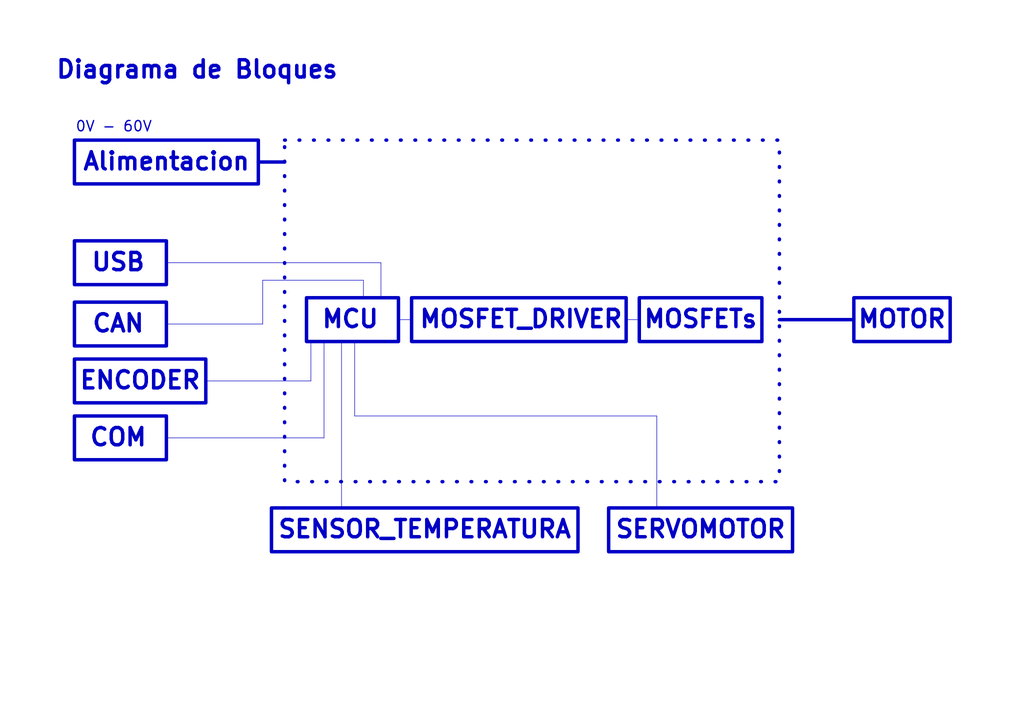
<source format=kicad_sch>
(kicad_sch
	(version 20231120)
	(generator "eeschema")
	(generator_version "8.0")
	(uuid "4320623f-8713-4c90-ac60-e7b964088924")
	(paper "A4")
	(lib_symbols)
	(polyline
		(pts
			(xy 59.69 110.49) (xy 90.17 110.49)
		)
		(stroke
			(width 0)
			(type default)
		)
		(uuid "0faa420d-66e2-417f-9813-788b9f005a10")
	)
	(polyline
		(pts
			(xy 48.26 93.98) (xy 76.2 93.98)
		)
		(stroke
			(width 0)
			(type default)
		)
		(uuid "13226907-ce18-4e30-8176-7728ecbc4670")
	)
	(polyline
		(pts
			(xy 115.57 92.71) (xy 119.38 92.71)
		)
		(stroke
			(width 0)
			(type default)
		)
		(uuid "1dcca88d-1804-4927-8018-4b88dcf53efa")
	)
	(polyline
		(pts
			(xy 48.26 127) (xy 93.98 127)
		)
		(stroke
			(width 0)
			(type default)
		)
		(uuid "1e72ab96-46aa-4459-bd24-b9d4e77d5f54")
	)
	(polyline
		(pts
			(xy 110.49 76.2) (xy 110.49 86.36)
		)
		(stroke
			(width 0)
			(type default)
		)
		(uuid "30391fe2-a59c-48e5-9566-ff3302fa6308")
	)
	(polyline
		(pts
			(xy 74.93 46.99) (xy 82.55 46.99)
		)
		(stroke
			(width 1)
			(type default)
		)
		(uuid "3e61870b-4622-4b2c-878d-a50c1a492889")
	)
	(polyline
		(pts
			(xy 105.41 81.28) (xy 105.41 86.36)
		)
		(stroke
			(width 0)
			(type default)
		)
		(uuid "3f44fce6-2eec-4fb7-b6df-d939fc419395")
	)
	(polyline
		(pts
			(xy 76.2 81.28) (xy 105.41 81.28)
		)
		(stroke
			(width 0)
			(type default)
		)
		(uuid "5450ab58-6af7-44e8-a615-fd7d38a00b07")
	)
	(polyline
		(pts
			(xy 226.06 92.71) (xy 247.65 92.71)
		)
		(stroke
			(width 1)
			(type default)
		)
		(uuid "584886d8-771f-4df7-ac78-c01fda9db6dd")
	)
	(polyline
		(pts
			(xy 190.5 147.32) (xy 190.5 120.65)
		)
		(stroke
			(width 0)
			(type default)
		)
		(uuid "7a2fe033-52ee-4f49-b3a7-62b7229e543e")
	)
	(polyline
		(pts
			(xy 181.61 92.71) (xy 185.42 92.71)
		)
		(stroke
			(width 0)
			(type default)
		)
		(uuid "8b4ddd5d-ba0a-4b19-97cd-ac862580fa8a")
	)
	(polyline
		(pts
			(xy 93.98 99.06) (xy 93.98 127)
		)
		(stroke
			(width 0)
			(type default)
		)
		(uuid "8bf5630c-f8aa-46d3-82fb-64e162b35bcc")
	)
	(polyline
		(pts
			(xy 102.87 99.06) (xy 102.87 120.65)
		)
		(stroke
			(width 0)
			(type default)
		)
		(uuid "9d23d58a-3a50-482d-9529-0b99e95958dc")
	)
	(polyline
		(pts
			(xy 99.06 99.06) (xy 99.06 147.32)
		)
		(stroke
			(width 0)
			(type default)
		)
		(uuid "9edd8749-a5de-49ac-a74e-6a885efd5b90")
	)
	(polyline
		(pts
			(xy 190.5 120.65) (xy 102.87 120.65)
		)
		(stroke
			(width 0)
			(type default)
		)
		(uuid "a74f4cd3-c2a8-459a-89ad-b80c77a660a6")
	)
	(polyline
		(pts
			(xy 90.17 99.06) (xy 90.17 110.49)
		)
		(stroke
			(width 0)
			(type default)
		)
		(uuid "ae314356-3839-4f40-bcf7-746fb7254309")
	)
	(polyline
		(pts
			(xy 48.26 76.2) (xy 110.49 76.2)
		)
		(stroke
			(width 0)
			(type default)
		)
		(uuid "b85a9e67-2ead-406d-8b2e-a7a94543a2f1")
	)
	(polyline
		(pts
			(xy 76.2 93.98) (xy 76.2 81.28)
		)
		(stroke
			(width 0)
			(type default)
		)
		(uuid "fec11834-4c21-4cb6-af59-46db98b5ee2e")
	)
	(rectangle
		(start 78.74 147.32)
		(end 167.64 160.02)
		(stroke
			(width 1)
			(type default)
		)
		(fill
			(type none)
		)
		(uuid 6098eeff-0309-4d71-9384-5a0b5a38369e)
	)
	(rectangle
		(start 185.42 86.36)
		(end 220.98 99.06)
		(stroke
			(width 1)
			(type default)
		)
		(fill
			(type none)
		)
		(uuid a25a0594-7793-48d3-9183-da28d697bb33)
	)
	(rectangle
		(start 21.59 87.63)
		(end 48.26 100.33)
		(stroke
			(width 1)
			(type default)
		)
		(fill
			(type none)
		)
		(uuid a765741f-e221-425a-9777-db091f800025)
	)
	(rectangle
		(start 176.53 147.32)
		(end 229.87 160.02)
		(stroke
			(width 1)
			(type default)
		)
		(fill
			(type none)
		)
		(uuid addd860d-8ce3-4cd9-87b5-c30ba822b993)
	)
	(rectangle
		(start 88.9 86.36)
		(end 115.57 99.06)
		(stroke
			(width 1)
			(type default)
		)
		(fill
			(type none)
		)
		(uuid bbaa8860-4f90-4eac-98cf-0743bfc59709)
	)
	(rectangle
		(start 82.55 40.64)
		(end 226.06 139.7)
		(stroke
			(width 1)
			(type dot)
		)
		(fill
			(type none)
		)
		(uuid db6f97b8-5777-45a6-8e43-668eb554dd2a)
	)
	(rectangle
		(start 119.38 86.36)
		(end 181.61 99.06)
		(stroke
			(width 1)
			(type default)
		)
		(fill
			(type none)
		)
		(uuid e51edc47-b6af-4972-8e22-da498c760f84)
	)
	(rectangle
		(start 247.65 86.36)
		(end 275.59 99.06)
		(stroke
			(width 1)
			(type default)
		)
		(fill
			(type none)
		)
		(uuid e5b5821f-a8f8-43b6-94af-5a0e729ecf29)
	)
	(rectangle
		(start 21.59 120.65)
		(end 48.26 133.35)
		(stroke
			(width 1)
			(type default)
		)
		(fill
			(type none)
		)
		(uuid e7d74cc7-0f64-4c25-a6e3-8d46ab410f2b)
	)
	(rectangle
		(start 21.59 40.64)
		(end 74.93 53.34)
		(stroke
			(width 1)
			(type default)
		)
		(fill
			(type none)
		)
		(uuid ecb986fb-20dc-4325-8df6-c71fa67dc4a7)
	)
	(rectangle
		(start 21.59 104.14)
		(end 59.69 116.84)
		(stroke
			(width 1)
			(type default)
		)
		(fill
			(type none)
		)
		(uuid f045da09-ce07-4c82-9e19-8e56d561ba03)
	)
	(rectangle
		(start 21.59 69.85)
		(end 48.26 82.55)
		(stroke
			(width 1)
			(type default)
		)
		(fill
			(type none)
		)
		(uuid f0df8238-ad06-4611-9342-57d5c9d400e6)
	)
	(text "CAN\n"
		(exclude_from_sim no)
		(at 34.29 93.98 0)
		(effects
			(font
				(size 5 5)
				(thickness 1)
				(bold yes)
			)
		)
		(uuid "1d05c35d-a1a1-4390-9a29-46765af2bf89")
	)
	(text "USB\n"
		(exclude_from_sim no)
		(at 34.29 76.2 0)
		(effects
			(font
				(size 5 5)
				(thickness 1)
				(bold yes)
			)
		)
		(uuid "1fd6363d-570e-49a2-b440-6117c898e094")
	)
	(text "MCU"
		(exclude_from_sim no)
		(at 101.6 92.71 0)
		(effects
			(font
				(size 5 5)
				(thickness 1)
				(bold yes)
			)
		)
		(uuid "2b09fec8-04bf-4b28-a833-4f47d4b783c9")
	)
	(text "SERVOMOTOR"
		(exclude_from_sim no)
		(at 203.2 153.67 0)
		(effects
			(font
				(size 5 5)
				(thickness 1)
				(bold yes)
			)
		)
		(uuid "3b7e3e67-959f-41b6-a97c-c4d860fd39e2")
	)
	(text "ENCODER"
		(exclude_from_sim no)
		(at 40.64 110.49 0)
		(effects
			(font
				(size 5 5)
				(thickness 1)
				(bold yes)
			)
		)
		(uuid "6acb5470-4599-41fb-90f1-e90c93a438a6")
	)
	(text "MOSFETs"
		(exclude_from_sim no)
		(at 203.2 92.71 0)
		(effects
			(font
				(size 5 5)
				(thickness 1)
				(bold yes)
			)
		)
		(uuid "863a01d8-1cd6-4d3a-bcdc-31a98a7f96d1")
	)
	(text "MOTOR"
		(exclude_from_sim no)
		(at 261.62 92.71 0)
		(effects
			(font
				(size 5 5)
				(thickness 1)
				(bold yes)
			)
		)
		(uuid "922b4511-620f-4a2a-8fc0-05cf9cb67ba1")
	)
	(text "Diagrama de Bloques"
		(exclude_from_sim no)
		(at 57.15 20.32 0)
		(effects
			(font
				(size 5 5)
				(thickness 1)
				(bold yes)
			)
		)
		(uuid "93d969d7-0c56-4dd3-818e-9e940fa367a1")
	)
	(text "COM"
		(exclude_from_sim no)
		(at 34.29 127 0)
		(effects
			(font
				(size 5 5)
				(thickness 1)
				(bold yes)
			)
		)
		(uuid "a737b4fe-1d3a-41e2-b945-13e296e05902")
	)
	(text "Alimentacion"
		(exclude_from_sim no)
		(at 48.26 46.99 0)
		(effects
			(font
				(size 5 5)
				(thickness 1)
				(bold yes)
			)
		)
		(uuid "b78929f4-af92-42f2-b90a-9812400297ee")
	)
	(text "SENSOR_TEMPERATURA"
		(exclude_from_sim no)
		(at 123.19 153.67 0)
		(effects
			(font
				(size 5 5)
				(thickness 1)
				(bold yes)
			)
		)
		(uuid "d20dce4e-d484-4682-8736-4927b1961f68")
	)
	(text "0V - 60V"
		(exclude_from_sim no)
		(at 33.02 36.83 0)
		(effects
			(font
				(size 3 3)
				(thickness 0.375)
			)
		)
		(uuid "e777a1c0-e970-4ed1-9e75-15fdb3c644b7")
	)
	(text "MOSFET_DRIVER"
		(exclude_from_sim no)
		(at 151.13 92.71 0)
		(effects
			(font
				(size 5 5)
				(thickness 1)
				(bold yes)
			)
		)
		(uuid "f826b469-f140-42c8-8a9c-a1352ed28f23")
	)
)

</source>
